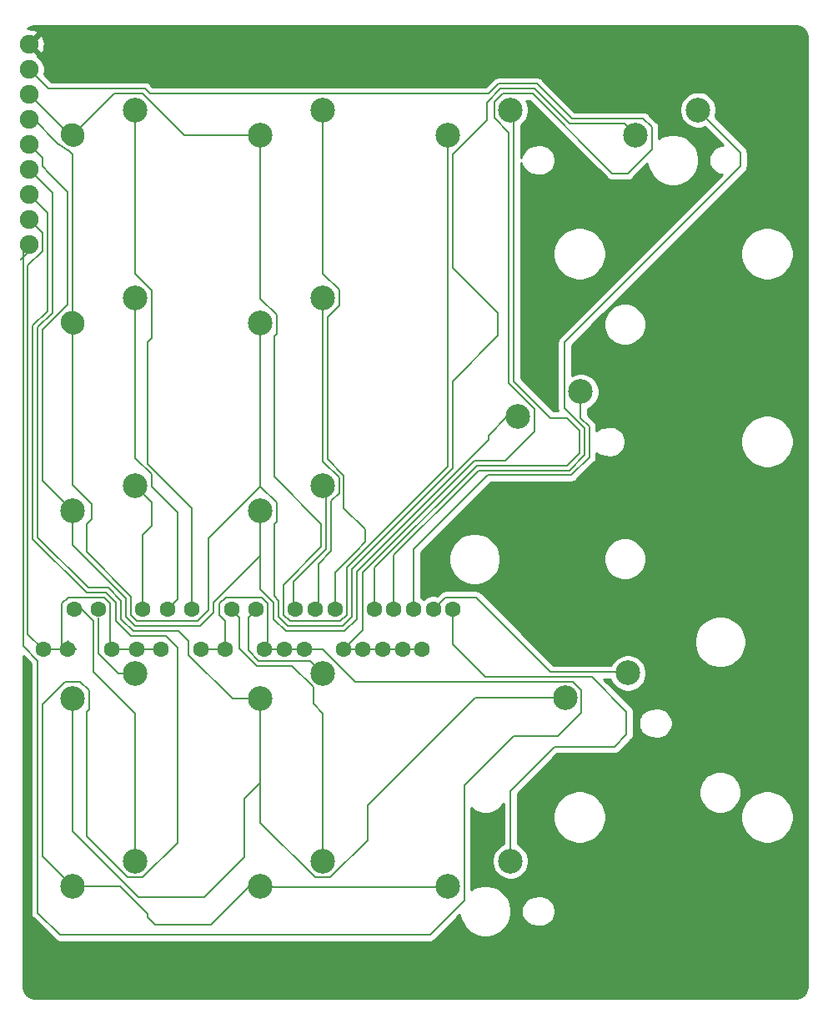
<source format=gbl>
G04 #@! TF.GenerationSoftware,KiCad,Pcbnew,(5.1.9)-1*
G04 #@! TF.CreationDate,2021-04-17T22:20:15+09:00*
G04 #@! TF.ProjectId,______,f3e135fa-7f39-42e6-9b69-6361645f7063,rev?*
G04 #@! TF.SameCoordinates,Original*
G04 #@! TF.FileFunction,Copper,L2,Bot*
G04 #@! TF.FilePolarity,Positive*
%FSLAX46Y46*%
G04 Gerber Fmt 4.6, Leading zero omitted, Abs format (unit mm)*
G04 Created by KiCad (PCBNEW (5.1.9)-1) date 2021-04-17 22:20:15*
%MOMM*%
%LPD*%
G01*
G04 APERTURE LIST*
G04 #@! TA.AperFunction,ComponentPad*
%ADD10C,1.600000*%
G04 #@! TD*
G04 #@! TA.AperFunction,ComponentPad*
%ADD11C,2.500000*%
G04 #@! TD*
G04 #@! TA.AperFunction,ComponentPad*
%ADD12C,1.900000*%
G04 #@! TD*
G04 #@! TA.AperFunction,Conductor*
%ADD13C,0.200000*%
G04 #@! TD*
G04 #@! TA.AperFunction,Conductor*
%ADD14C,0.500000*%
G04 #@! TD*
G04 #@! TA.AperFunction,Conductor*
%ADD15C,0.254000*%
G04 #@! TD*
G04 #@! TA.AperFunction,Conductor*
%ADD16C,0.100000*%
G04 #@! TD*
G04 APERTURE END LIST*
D10*
X32319937Y38109427D03*
X29180063Y34090573D03*
X36319937Y38109427D03*
X33180063Y34090573D03*
D11*
X24740000Y29090000D03*
X31090000Y31630000D03*
X5690000Y29090000D03*
X12040000Y31630000D03*
G04 #@! TA.AperFunction,ComponentPad*
G36*
G01*
X4666060Y67906971D02*
X4666060Y67906971D01*
G75*
G02*
X6267698Y68189383I942025J-659613D01*
G01*
X6431528Y68074667D01*
G75*
G02*
X6713940Y66473029I-659613J-942025D01*
G01*
X6713940Y66473029D01*
G75*
G02*
X5112302Y66190617I-942025J659613D01*
G01*
X4948472Y66305333D01*
G75*
G02*
X4666060Y67906971I659613J942025D01*
G01*
G37*
G04 #@! TD.AperFunction*
X12040000Y69730000D03*
G04 #@! TA.AperFunction,ComponentPad*
G36*
G01*
X4666060Y86956971D02*
X4666060Y86956971D01*
G75*
G02*
X6267698Y87239383I942025J-659613D01*
G01*
X6431528Y87124667D01*
G75*
G02*
X6713940Y85523029I-659613J-942025D01*
G01*
X6713940Y85523029D01*
G75*
G02*
X5112302Y85240617I-942025J659613D01*
G01*
X4948472Y85355333D01*
G75*
G02*
X4666060Y86956971I659613J942025D01*
G01*
G37*
G04 #@! TD.AperFunction*
X12040000Y88780000D03*
X24740000Y86240000D03*
X31090000Y88780000D03*
X31090000Y69730000D03*
X24740000Y67190000D03*
X24740000Y48140000D03*
X31090000Y50680000D03*
X24740000Y10040000D03*
X31090000Y12580000D03*
X12040000Y12580000D03*
X5690000Y10040000D03*
D12*
X1270000Y75120000D03*
X1270000Y77660000D03*
X1270000Y80200000D03*
X1270000Y82740000D03*
X1270000Y85280000D03*
X1270000Y87820000D03*
X1270000Y90360000D03*
X1270000Y92900000D03*
X1270000Y95440000D03*
D11*
X50140000Y88780000D03*
X43790000Y86240000D03*
X69190000Y88780000D03*
X62840000Y86240000D03*
X43790000Y10040000D03*
X50140000Y12580000D03*
D10*
X17819937Y38109427D03*
X14680063Y34090573D03*
X15319937Y38109427D03*
X12180063Y34090573D03*
X12819937Y38109427D03*
X9680063Y34090573D03*
X8319937Y38109427D03*
X5180063Y34090573D03*
X5819937Y38109427D03*
X2680063Y34090573D03*
X27180063Y34090573D03*
X30319937Y38109427D03*
X28319937Y38109427D03*
X25180063Y34090573D03*
X21180063Y34090573D03*
X24319937Y38109427D03*
X21819937Y38109427D03*
X18680063Y34090573D03*
X35180063Y34090573D03*
X38319937Y38109427D03*
X37180063Y34090573D03*
X40319937Y38109427D03*
X42319937Y38109427D03*
X39180063Y34090573D03*
X44319937Y38109427D03*
X41180063Y34090573D03*
D11*
X50933750Y57665000D03*
X57283750Y60205000D03*
X55721250Y29115000D03*
X62071250Y31655000D03*
X12040000Y50680000D03*
X5690000Y48140000D03*
D13*
X5980063Y34090573D02*
X5180064Y34890572D01*
X3480063Y34090573D02*
X5980063Y34090573D01*
X9980063Y34090573D02*
X12480063Y34090573D01*
X14980063Y34090573D02*
X12480063Y34090573D01*
X5243936Y39309428D02*
X4619936Y38685428D01*
X8895938Y39309428D02*
X5243936Y39309428D01*
X9519938Y38685428D02*
X8895938Y39309428D01*
X4619936Y34650700D02*
X5180063Y34090573D01*
X9519938Y34250698D02*
X9519938Y38685428D01*
X9680063Y34090573D02*
X9519938Y34250698D01*
X4619936Y38685428D02*
X4619936Y37830064D01*
X4619936Y37830064D02*
X4619936Y34650700D01*
X1149969Y35620667D02*
X2680063Y34090573D01*
X1149969Y73001967D02*
X1149969Y35620667D01*
X2620001Y74471999D02*
X1149969Y73001967D01*
X2620001Y76309999D02*
X2620001Y74471999D01*
X1270000Y77660000D02*
X2620001Y76309999D01*
X18680063Y34090573D02*
X21180063Y34090573D01*
X24895938Y39309428D02*
X25519938Y38685428D01*
X20619936Y38685428D02*
X21243936Y39309428D01*
X20619936Y37533426D02*
X20619936Y38685428D01*
X21243936Y39309428D02*
X24895938Y39309428D01*
X21180063Y36973299D02*
X20619936Y37533426D01*
X21180063Y34090573D02*
X21180063Y36973299D01*
X25519938Y34630448D02*
X24980063Y34090573D01*
X25519938Y38685428D02*
X25519938Y34630448D01*
X24980063Y34090573D02*
X29980063Y34090573D01*
X1270000Y75120000D02*
X1270000Y74454000D01*
X1270000Y74454000D02*
X425010Y73609010D01*
X31071429Y34090573D02*
X29180063Y34090573D01*
X34397001Y30765001D02*
X31071429Y34090573D01*
X1270000Y75120000D02*
X649959Y74499959D01*
X45440001Y8569999D02*
X45440001Y20232753D01*
X649959Y74499959D02*
X649959Y34390601D01*
X45440001Y20232753D02*
X50432247Y25224999D01*
X57371251Y29907001D02*
X56513251Y30765001D01*
X56513251Y30765001D02*
X34397001Y30765001D01*
X2149989Y32890572D02*
X2149989Y7352009D01*
X649959Y34390601D02*
X2149989Y32890572D01*
X57371251Y27644999D02*
X57371251Y29907001D01*
X2149989Y7352009D02*
X4401999Y5099999D01*
X4401999Y5099999D02*
X41970001Y5099999D01*
X41970001Y5099999D02*
X45440001Y8569999D01*
X54951251Y25224999D02*
X57371251Y27644999D01*
X50432247Y25224999D02*
X54951251Y25224999D01*
X43679979Y9929979D02*
X43790000Y10040000D01*
X24850021Y9929979D02*
X43679979Y9929979D01*
X24740000Y10040000D02*
X24850021Y9929979D01*
X23591998Y10040000D02*
X24740000Y10040000D01*
X19701997Y6149999D02*
X23591998Y10040000D01*
X13329999Y6899999D02*
X14079999Y6149999D01*
X13329999Y7222003D02*
X13329999Y6899999D01*
X14079999Y6149999D02*
X19701997Y6149999D01*
X10512002Y10040000D02*
X13329999Y7222003D01*
X5690000Y10040000D02*
X10512002Y10040000D01*
X4897999Y30740001D02*
X2649999Y28492001D01*
X6482001Y30740001D02*
X4897999Y30740001D01*
X7340001Y29882001D02*
X6482001Y30740001D01*
X7340001Y27942003D02*
X7340001Y29882001D01*
X7099999Y27702001D02*
X7340001Y27942003D01*
X7099999Y15077999D02*
X7099999Y27702001D01*
X11247999Y10929999D02*
X7099999Y15077999D01*
X12832001Y10929999D02*
X11247999Y10929999D01*
X1270000Y80200000D02*
X3120011Y78349989D01*
X10119906Y38792580D02*
X10119906Y36912096D01*
X3120011Y78349989D02*
X3120011Y68388140D01*
X3120011Y68388140D02*
X1649979Y66918108D01*
X2649999Y13080001D02*
X5690000Y10040000D01*
X7085440Y39809438D02*
X9103048Y39809438D01*
X11622606Y35409396D02*
X15137242Y35409396D01*
X15137242Y35409396D02*
X16350001Y34196637D01*
X1649979Y66918108D02*
X1649979Y45244899D01*
X2649999Y28492001D02*
X2649999Y13080001D01*
X1649979Y45244899D02*
X7085440Y39809438D01*
X9103048Y39809438D02*
X10119906Y38792580D01*
X10119906Y36912096D02*
X11622606Y35409396D01*
X16350001Y34196637D02*
X16350001Y14447999D01*
X16350001Y14447999D02*
X12832001Y10929999D01*
D14*
X1270000Y95440000D02*
X2830000Y97000000D01*
X2830000Y97000000D02*
X6500000Y97000000D01*
D13*
X46538998Y29115000D02*
X55721250Y29115000D01*
X35649999Y18226001D02*
X46538998Y29115000D01*
X35649999Y14697997D02*
X35649999Y18226001D01*
X30297999Y10929999D02*
X31882001Y10929999D01*
X24740000Y16487998D02*
X30297999Y10929999D01*
X31882001Y10929999D02*
X35649999Y14697997D01*
X5690000Y17964000D02*
X5690000Y15569122D01*
X5690000Y29090000D02*
X5690000Y17964000D01*
X5690000Y15569122D02*
X12337122Y8922000D01*
X12337122Y8922000D02*
X19050000Y8922000D01*
X19050000Y8922000D02*
X23114000Y12986000D01*
X23114000Y12986000D02*
X23114000Y18878000D01*
X23114000Y18878000D02*
X24740000Y20504000D01*
X24740000Y20504000D02*
X24740000Y16487998D01*
X24740000Y29090000D02*
X24740000Y20504000D01*
X24740000Y29090000D02*
X21904634Y29090000D01*
X3620021Y80389979D02*
X1270000Y82740000D01*
X21904634Y29090000D02*
X17480062Y33514572D01*
X17480062Y33514572D02*
X17480062Y34875938D01*
X17480062Y34875938D02*
X16446594Y35909406D01*
X9310158Y40309448D02*
X7292550Y40309448D01*
X16446594Y35909406D02*
X11829716Y35909406D01*
X11829716Y35909406D02*
X10619916Y37119206D01*
X3620021Y68181030D02*
X3620021Y80389979D01*
X10619916Y37119206D02*
X10619916Y38999690D01*
X10619916Y38999690D02*
X9310158Y40309448D01*
X7292550Y40309448D02*
X2149989Y45452009D01*
X2149989Y45452009D02*
X2149989Y66710998D01*
X2149989Y66710998D02*
X3620021Y68181030D01*
X24740000Y40172486D02*
X26119916Y38792570D01*
X24740000Y48140000D02*
X24740000Y40172486D01*
X26119916Y37119206D02*
X27329716Y35909406D01*
X26119916Y38792570D02*
X26119916Y37119206D01*
X27329716Y35909406D02*
X28772306Y35909406D01*
X28772306Y35909406D02*
X29540594Y35909406D01*
X29540594Y35909406D02*
X31640000Y35909406D01*
X2649999Y83900001D02*
X1270000Y85280000D01*
X2649999Y83051999D02*
X2649999Y83900001D01*
X3351999Y82349999D02*
X2649999Y83051999D01*
X3351999Y82308001D02*
X3351999Y82349999D01*
X5189990Y69043879D02*
X5189990Y80470010D01*
X2649999Y66503888D02*
X5189990Y69043879D01*
X5189990Y80470010D02*
X3351999Y82308001D01*
X2649999Y51180001D02*
X2649999Y66503888D01*
X5690000Y48140000D02*
X2649999Y51180001D01*
X11119926Y39206800D02*
X5690000Y44636726D01*
X5690000Y44636726D02*
X5690000Y45346000D01*
X11119926Y37326316D02*
X11119926Y39206800D01*
X12036826Y36409416D02*
X11119926Y37326316D01*
X20019958Y37826326D02*
X18603048Y36409416D01*
X5690000Y45346000D02*
X5690000Y48140000D01*
X20019958Y38792570D02*
X20019958Y37826326D01*
X18603048Y36409416D02*
X12036826Y36409416D01*
X24740000Y43512612D02*
X20019958Y38792570D01*
X24740000Y48140000D02*
X24740000Y43512612D01*
X33310158Y35909406D02*
X29540594Y35909406D01*
X34519958Y41950596D02*
X34519958Y37119206D01*
X47893749Y55324387D02*
X34519958Y41950596D01*
X47893749Y55773001D02*
X47893749Y55324387D01*
X49785748Y57665000D02*
X47893749Y55773001D01*
X34519958Y37119206D02*
X33310158Y35909406D01*
X50933750Y57665000D02*
X49785748Y57665000D01*
X1769035Y87820000D02*
X4193109Y85395926D01*
X1270000Y87820000D02*
X1769035Y87820000D01*
X4193109Y85395926D02*
X5327233Y84601796D01*
X5690000Y84239029D02*
X5690000Y67190000D01*
X5327233Y84601796D02*
X5690000Y84239029D01*
X24740000Y67190000D02*
X24740000Y50582002D01*
X32119416Y36409416D02*
X32336826Y36409416D01*
X32119416Y36409416D02*
X33103048Y36409416D01*
X56169127Y87389991D02*
X61690009Y87389991D01*
X33103048Y36409416D02*
X34019948Y37326316D01*
X44290010Y84298008D02*
X47739992Y87747990D01*
X34019948Y37326316D02*
X34019948Y42157706D01*
X61690009Y87389991D02*
X62840000Y86240000D01*
X34019948Y42157706D02*
X44290010Y52427768D01*
X47739992Y87747990D02*
X47739992Y89529114D01*
X44290010Y52427768D02*
X44290010Y61259258D01*
X48903751Y65872999D02*
X48903751Y68177001D01*
X44290010Y72790742D02*
X44290010Y84298008D01*
X44290010Y61259258D02*
X48903751Y65872999D01*
X48903751Y68177001D02*
X44290010Y72790742D01*
X47739992Y89529114D02*
X49140889Y90930011D01*
X49140889Y90930011D02*
X52629107Y90930011D01*
X52629107Y90930011D02*
X56169127Y87389991D01*
X5690000Y50730000D02*
X5690000Y67190000D01*
X7620000Y48800000D02*
X5690000Y50730000D01*
X11619936Y39413910D02*
X7099999Y43933847D01*
X7099999Y46752001D02*
X7620000Y47272002D01*
X11619936Y37533426D02*
X11619936Y39413910D01*
X12243936Y36909426D02*
X11619936Y37533426D01*
X18395938Y36909426D02*
X12243936Y36909426D01*
X7620000Y47272002D02*
X7620000Y48800000D01*
X7099999Y43933847D02*
X7099999Y46752001D01*
X19519948Y38033436D02*
X18395938Y36909426D01*
X19519948Y45361950D02*
X19519948Y38033436D01*
X24740000Y50582002D02*
X19519948Y45361950D01*
X27536826Y36409416D02*
X33103048Y36409416D01*
X26149999Y39469607D02*
X26619926Y38999680D01*
X26619926Y37326316D02*
X27536826Y36409416D01*
X26149999Y46752001D02*
X26149999Y39469607D01*
X26390001Y46992003D02*
X26149999Y46752001D01*
X26390001Y48932001D02*
X26390001Y46992003D01*
X26619926Y38999680D02*
X26619926Y37326316D01*
X24740000Y50582002D02*
X26390001Y48932001D01*
X5390000Y86240000D02*
X1270000Y90360000D01*
X5690000Y86240000D02*
X5390000Y86240000D01*
X24740000Y86240000D02*
X24740000Y69632002D01*
X26390001Y67982001D02*
X24740000Y69632002D01*
X43790000Y52634878D02*
X33519938Y42364816D01*
X33519938Y42364816D02*
X33519938Y37533426D01*
X33519938Y37533426D02*
X32895938Y36909426D01*
X32895938Y36909426D02*
X27743936Y36909426D01*
X27743936Y36909426D02*
X27119936Y37533426D01*
X27119936Y40617934D02*
X30950001Y44447999D01*
X30950001Y46752001D02*
X26149999Y51552003D01*
X43790000Y86240000D02*
X43790000Y52634878D01*
X30950001Y44447999D02*
X30950001Y46752001D01*
X26149999Y51552003D02*
X26149999Y65802001D01*
X27119936Y37533426D02*
X27119936Y40617934D01*
X26149999Y65802001D02*
X26390001Y66042003D01*
X26390001Y66042003D02*
X26390001Y67982001D01*
X9880001Y90430001D02*
X12832001Y90430001D01*
X5690000Y86240000D02*
X9880001Y90430001D01*
X17022002Y86240000D02*
X24740000Y86240000D01*
X12832001Y90430001D02*
X17022002Y86240000D01*
X18119937Y38343427D02*
X18236937Y38226427D01*
X13750000Y65670002D02*
X13329999Y65250001D01*
X13750000Y70462002D02*
X13750000Y65670002D01*
X12040000Y72172002D02*
X13750000Y70462002D01*
X12040000Y88780000D02*
X12040000Y72172002D01*
X13329999Y56044001D02*
X13329999Y52891121D01*
X13329999Y65250001D02*
X13329999Y56044001D01*
X17819937Y48401183D02*
X17819937Y38109427D01*
X13329999Y52891121D02*
X17819937Y48401183D01*
X12040000Y53474000D02*
X13690001Y51823999D01*
X12040000Y69730000D02*
X12040000Y53474000D01*
X16350001Y39139491D02*
X15319937Y38109427D01*
X16350001Y47943999D02*
X16350001Y39139491D01*
X13690001Y50603999D02*
X16350001Y47943999D01*
X13690001Y51823999D02*
X13690001Y50603999D01*
X12040000Y50680000D02*
X13716000Y49004000D01*
X12819937Y45689939D02*
X12819937Y38109427D01*
X13716000Y46586002D02*
X12819937Y45689939D01*
X13716000Y49004000D02*
X13716000Y46586002D01*
X10364634Y31630000D02*
X12040000Y31630000D01*
X8319938Y33674696D02*
X10364634Y31630000D01*
X8319938Y37309428D02*
X8319938Y33674696D01*
X12040000Y27562002D02*
X12040000Y12580000D01*
X7819930Y31782072D02*
X12040000Y27562002D01*
X7819930Y36909434D02*
X7819930Y31782072D01*
X6619937Y38109427D02*
X7819930Y36909434D01*
X31090000Y72172002D02*
X31090000Y88780000D01*
X32740001Y68937999D02*
X32740001Y70522001D01*
X32740001Y70522001D02*
X31090000Y72172002D01*
X31590010Y67788008D02*
X32740001Y68937999D01*
X31590010Y53329112D02*
X31590010Y67788008D01*
X33240011Y48407991D02*
X33240011Y51679111D01*
X35400001Y46248001D02*
X33240011Y48407991D01*
X35400001Y44951999D02*
X35400001Y46248001D01*
X33240011Y51679111D02*
X31590010Y53329112D01*
X32319937Y41871935D02*
X34434001Y43985999D01*
X32319937Y38109427D02*
X32319937Y41871935D01*
X34434001Y43985999D02*
X35400001Y44951999D01*
X31090000Y53122002D02*
X32740001Y51472001D01*
X31090000Y69730000D02*
X31090000Y53122002D01*
X32740001Y49887999D02*
X31950021Y49098019D01*
X32740001Y51472001D02*
X32740001Y49887999D01*
X30619937Y42703695D02*
X30619937Y38109427D01*
X31950021Y44033779D02*
X30619937Y42703695D01*
X31950021Y49098019D02*
X31950021Y44033779D01*
X28119937Y40910815D02*
X28119937Y38109427D01*
X31450011Y44240889D02*
X28119937Y40910815D01*
X31450011Y50319989D02*
X31450011Y44240889D01*
X31090000Y50680000D02*
X31450011Y50319989D01*
X29829428Y32890572D02*
X31090000Y31630000D01*
X24604062Y32890572D02*
X29829428Y32890572D01*
X23519938Y33974696D02*
X24604062Y32890572D01*
X23519938Y37309428D02*
X23519938Y33974696D01*
X24319937Y38109427D02*
X23519938Y37309428D01*
X31090000Y26610000D02*
X31090000Y12580000D01*
X30110000Y28542002D02*
X31090000Y27562002D01*
X30110000Y30220000D02*
X30110000Y28542002D01*
X27939438Y32390562D02*
X30110000Y30220000D01*
X31090000Y27562002D02*
X31090000Y26610000D01*
X22619936Y34167578D02*
X24396952Y32390562D01*
X24396952Y32390562D02*
X27939438Y32390562D01*
X22619936Y37309428D02*
X22619936Y34167578D01*
X21819937Y38109427D02*
X22619936Y37309428D01*
X32680063Y34090573D02*
X40680063Y34090573D01*
X35119936Y36030446D02*
X33180063Y34090573D01*
X35119936Y41843454D02*
X35119936Y36030446D01*
X52583751Y58457001D02*
X52583751Y56194999D01*
X50000001Y61040751D02*
X52583751Y58457001D01*
X50000001Y86480000D02*
X50000001Y61040751D01*
X48489999Y87990002D02*
X50000001Y86480000D01*
X52421997Y90430001D02*
X49347999Y90430001D01*
X49613761Y53225009D02*
X46501491Y53225009D01*
X1270000Y92900000D02*
X3239989Y90930011D01*
X13039111Y90930011D02*
X13539121Y90430001D01*
X46501491Y53225009D02*
X35119936Y41843454D01*
X47933759Y90430001D02*
X48933779Y91430021D01*
X3239989Y90930011D02*
X13039111Y90930011D01*
X52836217Y91430021D02*
X56376237Y87890001D01*
X48933779Y91430021D02*
X52836217Y91430021D01*
X13539121Y90430001D02*
X47933759Y90430001D01*
X64490001Y84769999D02*
X62070001Y82349999D01*
X56376237Y87890001D02*
X63632001Y87890001D01*
X48489999Y89572001D02*
X48489999Y87990002D01*
X64490001Y87032001D02*
X64490001Y84769999D01*
X52583751Y56194999D02*
X49613761Y53225009D01*
X63632001Y87890001D02*
X64490001Y87032001D01*
X62070001Y82349999D02*
X60501999Y82349999D01*
X49347999Y90430001D02*
X48489999Y89572001D01*
X60501999Y82349999D02*
X52421997Y90430001D01*
X36319937Y42336335D02*
X36319937Y38109427D01*
X55895751Y52724999D02*
X46708601Y52724999D01*
X57143751Y53972999D02*
X55895751Y52724999D01*
X46708601Y52724999D02*
X36319937Y42336335D01*
X55895751Y57525001D02*
X57143751Y56277001D01*
X54222871Y57525001D02*
X55895751Y57525001D01*
X57143751Y56277001D02*
X57143751Y53972999D01*
X50500011Y61247861D02*
X54222871Y57525001D01*
X50500011Y88419989D02*
X50500011Y61247861D01*
X50140000Y88780000D02*
X50500011Y88419989D01*
X57643761Y56484111D02*
X55633749Y58494123D01*
X56102861Y52224989D02*
X57643761Y53765889D01*
X45560000Y50850000D02*
X46934989Y52224989D01*
X57643761Y53765889D02*
X57643761Y56484111D01*
X45540722Y50850000D02*
X45560000Y50850000D01*
X46934989Y52224989D02*
X56102861Y52224989D01*
X38319937Y43629215D02*
X45540722Y50850000D01*
X38319937Y38109427D02*
X38319937Y43629215D01*
X55633749Y65185747D02*
X55633749Y63016251D01*
X73500001Y83051999D02*
X55633749Y65185747D01*
X73500001Y84469999D02*
X73500001Y83051999D01*
X69190000Y88780000D02*
X73500001Y84469999D01*
X55633749Y58494123D02*
X55633749Y63016251D01*
X40319937Y44188577D02*
X40319937Y38109427D01*
X47856339Y51724979D02*
X40319937Y44188577D01*
X56309971Y51724979D02*
X47856339Y51724979D01*
X58143771Y53558779D02*
X56309971Y51724979D01*
X58143771Y56691221D02*
X58143771Y53558779D01*
X57283750Y57551242D02*
X58143771Y56691221D01*
X57283750Y60205000D02*
X57283750Y57551242D01*
X43519938Y39309428D02*
X42319937Y38109427D01*
X46688824Y39309428D02*
X43519938Y39309428D01*
X54233231Y31765021D02*
X46688824Y39309428D01*
X61961229Y31765021D02*
X54233231Y31765021D01*
X62071250Y31655000D02*
X61961229Y31765021D01*
X44319937Y34574311D02*
X44319937Y38109427D01*
X47629237Y31265011D02*
X44319937Y34574311D01*
X58393241Y31265011D02*
X47629237Y31265011D01*
X61931251Y27727001D02*
X58393241Y31265011D01*
X61931251Y25422999D02*
X61931251Y27727001D01*
X50140000Y19706628D02*
X54608371Y24174999D01*
X60683251Y24174999D02*
X61931251Y25422999D01*
X54608371Y24174999D02*
X60683251Y24174999D01*
X50140000Y12580000D02*
X50140000Y19706628D01*
D15*
X79223722Y97319260D02*
X79474992Y97243397D01*
X79706740Y97120174D01*
X79910144Y96954282D01*
X80077450Y96752045D01*
X80202288Y96521161D01*
X80279905Y96270421D01*
X80310501Y95979319D01*
X80310500Y31887D01*
X80281761Y-261219D01*
X80205899Y-512488D01*
X80082675Y-744239D01*
X79916781Y-947644D01*
X79714543Y-1114951D01*
X79483658Y-1239789D01*
X79232921Y-1317405D01*
X78941829Y-1348000D01*
X2031887Y-1348000D01*
X1738781Y-1319261D01*
X1487512Y-1243399D01*
X1255761Y-1120175D01*
X1052356Y-954281D01*
X885049Y-752043D01*
X760211Y-521158D01*
X682595Y-270421D01*
X652000Y20671D01*
X652000Y33360428D01*
X1422989Y32589438D01*
X1422990Y7387727D01*
X1419472Y7352009D01*
X1433509Y7209492D01*
X1475079Y7072453D01*
X1491081Y7042516D01*
X1542587Y6946156D01*
X1633436Y6835455D01*
X1661178Y6812688D01*
X3862678Y4611187D01*
X3885445Y4583445D01*
X3996146Y4492596D01*
X4122442Y4425089D01*
X4259481Y4383519D01*
X4401998Y4369482D01*
X4437706Y4372999D01*
X41934293Y4372999D01*
X41970001Y4369482D01*
X42112518Y4383519D01*
X42249558Y4425089D01*
X42375854Y4492596D01*
X42486555Y4583445D01*
X42509327Y4611193D01*
X45000607Y7102472D01*
X45073954Y6733732D01*
X45271983Y6255649D01*
X45559476Y5825385D01*
X45925385Y5459476D01*
X46355649Y5171983D01*
X46833732Y4973954D01*
X47341263Y4873000D01*
X47858737Y4873000D01*
X48366268Y4973954D01*
X48844351Y5171983D01*
X49274615Y5459476D01*
X49640524Y5825385D01*
X49928017Y6255649D01*
X50126046Y6733732D01*
X50227000Y7241263D01*
X50227000Y7645472D01*
X51203000Y7645472D01*
X51203000Y7354528D01*
X51259760Y7069175D01*
X51371099Y6800378D01*
X51532739Y6558467D01*
X51738467Y6352739D01*
X51980378Y6191099D01*
X52249175Y6079760D01*
X52534528Y6023000D01*
X52544895Y6023000D01*
X52640006Y5983604D01*
X52944679Y5923000D01*
X53255321Y5923000D01*
X53559994Y5983604D01*
X53846989Y6102481D01*
X54105279Y6275064D01*
X54324936Y6494721D01*
X54497519Y6753011D01*
X54616396Y7040006D01*
X54677000Y7344679D01*
X54677000Y7655321D01*
X54616396Y7959994D01*
X54497519Y8246989D01*
X54324936Y8505279D01*
X54105279Y8724936D01*
X53846989Y8897519D01*
X53559994Y9016396D01*
X53255321Y9077000D01*
X52944679Y9077000D01*
X52640006Y9016396D01*
X52544895Y8977000D01*
X52534528Y8977000D01*
X52249175Y8920240D01*
X51980378Y8808901D01*
X51738467Y8647261D01*
X51532739Y8441533D01*
X51371099Y8199622D01*
X51259760Y7930825D01*
X51203000Y7645472D01*
X50227000Y7645472D01*
X50227000Y7758737D01*
X50126046Y8266268D01*
X49928017Y8744351D01*
X49640524Y9174615D01*
X49274615Y9540524D01*
X48844351Y9828017D01*
X48366268Y10026046D01*
X47858737Y10127000D01*
X47341263Y10127000D01*
X46833732Y10026046D01*
X46355649Y9828017D01*
X46167001Y9701967D01*
X46167001Y17995861D01*
X46259430Y17903432D01*
X46611896Y17667922D01*
X47003535Y17505700D01*
X47419296Y17423000D01*
X47843204Y17423000D01*
X48258965Y17505700D01*
X48650604Y17667922D01*
X49003070Y17903432D01*
X49302818Y18203180D01*
X49413001Y18368080D01*
X49413000Y14310517D01*
X49250907Y14243376D01*
X48943482Y14037961D01*
X48682039Y13776518D01*
X48476624Y13469093D01*
X48335132Y13127501D01*
X48263000Y12764868D01*
X48263000Y12395132D01*
X48335132Y12032499D01*
X48476624Y11690907D01*
X48682039Y11383482D01*
X48943482Y11122039D01*
X49250907Y10916624D01*
X49592499Y10775132D01*
X49955132Y10703000D01*
X50324868Y10703000D01*
X50687501Y10775132D01*
X51029093Y10916624D01*
X51336518Y11122039D01*
X51597961Y11383482D01*
X51803376Y11690907D01*
X51944868Y12032499D01*
X52017000Y12395132D01*
X52017000Y12764868D01*
X51944868Y13127501D01*
X51803376Y13469093D01*
X51597961Y13776518D01*
X51336518Y14037961D01*
X51029093Y14243376D01*
X50867000Y14310517D01*
X50867000Y17313662D01*
X54473000Y17313662D01*
X54473000Y16786338D01*
X54575875Y16269148D01*
X54777673Y15781965D01*
X55070638Y15343512D01*
X55443512Y14970638D01*
X55881965Y14677673D01*
X56369148Y14475875D01*
X56886338Y14373000D01*
X57413662Y14373000D01*
X57930852Y14475875D01*
X58418035Y14677673D01*
X58856488Y14970638D01*
X59229362Y15343512D01*
X59522327Y15781965D01*
X59724125Y16269148D01*
X59827000Y16786338D01*
X59827000Y17313662D01*
X73523000Y17313662D01*
X73523000Y16786338D01*
X73625875Y16269148D01*
X73827673Y15781965D01*
X74120638Y15343512D01*
X74493512Y14970638D01*
X74931965Y14677673D01*
X75419148Y14475875D01*
X75936338Y14373000D01*
X76463662Y14373000D01*
X76980852Y14475875D01*
X77468035Y14677673D01*
X77906488Y14970638D01*
X78279362Y15343512D01*
X78572327Y15781965D01*
X78774125Y16269148D01*
X78877000Y16786338D01*
X78877000Y17313662D01*
X78774125Y17830852D01*
X78572327Y18318035D01*
X78279362Y18756488D01*
X77906488Y19129362D01*
X77468035Y19422327D01*
X76980852Y19624125D01*
X76463662Y19727000D01*
X75936338Y19727000D01*
X75419148Y19624125D01*
X74931965Y19422327D01*
X74493512Y19129362D01*
X74120638Y18756488D01*
X73827673Y18318035D01*
X73625875Y17830852D01*
X73523000Y17313662D01*
X59827000Y17313662D01*
X59724125Y17830852D01*
X59522327Y18318035D01*
X59229362Y18756488D01*
X58856488Y19129362D01*
X58418035Y19422327D01*
X57930852Y19624125D01*
X57413662Y19727000D01*
X56886338Y19727000D01*
X56369148Y19624125D01*
X55881965Y19422327D01*
X55443512Y19129362D01*
X55070638Y18756488D01*
X54777673Y18318035D01*
X54575875Y17830852D01*
X54473000Y17313662D01*
X50867000Y17313662D01*
X50867000Y19405496D01*
X51248458Y19786954D01*
X69279250Y19786954D01*
X69279250Y19363046D01*
X69361950Y18947285D01*
X69524172Y18555646D01*
X69759682Y18203180D01*
X70059430Y17903432D01*
X70411896Y17667922D01*
X70803535Y17505700D01*
X71219296Y17423000D01*
X71643204Y17423000D01*
X72058965Y17505700D01*
X72450604Y17667922D01*
X72803070Y17903432D01*
X73102818Y18203180D01*
X73338328Y18555646D01*
X73500550Y18947285D01*
X73583250Y19363046D01*
X73583250Y19786954D01*
X73500550Y20202715D01*
X73338328Y20594354D01*
X73102818Y20946820D01*
X72803070Y21246568D01*
X72450604Y21482078D01*
X72058965Y21644300D01*
X71643204Y21727000D01*
X71219296Y21727000D01*
X70803535Y21644300D01*
X70411896Y21482078D01*
X70059430Y21246568D01*
X69759682Y20946820D01*
X69524172Y20594354D01*
X69361950Y20202715D01*
X69279250Y19786954D01*
X51248458Y19786954D01*
X54909505Y23447999D01*
X60647543Y23447999D01*
X60683251Y23444482D01*
X60825768Y23458519D01*
X60962808Y23500089D01*
X61089104Y23567596D01*
X61199805Y23658445D01*
X61222577Y23686193D01*
X62420067Y24883682D01*
X62447804Y24906445D01*
X62538654Y25017146D01*
X62606161Y25143442D01*
X62609594Y25154760D01*
X62647731Y25280481D01*
X62661769Y25422999D01*
X62658251Y25458715D01*
X62658251Y26720472D01*
X63134250Y26720472D01*
X63134250Y26429528D01*
X63191010Y26144175D01*
X63302349Y25875378D01*
X63463989Y25633467D01*
X63669717Y25427739D01*
X63911628Y25266099D01*
X64180425Y25154760D01*
X64465778Y25098000D01*
X64476145Y25098000D01*
X64571256Y25058604D01*
X64875929Y24998000D01*
X65186571Y24998000D01*
X65491244Y25058604D01*
X65778239Y25177481D01*
X66036529Y25350064D01*
X66256186Y25569721D01*
X66428769Y25828011D01*
X66547646Y26115006D01*
X66608250Y26419679D01*
X66608250Y26730321D01*
X66547646Y27034994D01*
X66428769Y27321989D01*
X66256186Y27580279D01*
X66036529Y27799936D01*
X65778239Y27972519D01*
X65491244Y28091396D01*
X65186571Y28152000D01*
X64875929Y28152000D01*
X64571256Y28091396D01*
X64476145Y28052000D01*
X64465778Y28052000D01*
X64180425Y27995240D01*
X63911628Y27883901D01*
X63669717Y27722261D01*
X63463989Y27516533D01*
X63302349Y27274622D01*
X63191010Y27005825D01*
X63134250Y26720472D01*
X62658251Y26720472D01*
X62658251Y27691293D01*
X62661768Y27727001D01*
X62647731Y27869519D01*
X62606161Y28006558D01*
X62582485Y28050852D01*
X62538654Y28132854D01*
X62447805Y28243555D01*
X62420068Y28266318D01*
X59648363Y31038021D01*
X60295161Y31038021D01*
X60407874Y30765907D01*
X60613289Y30458482D01*
X60874732Y30197039D01*
X61182157Y29991624D01*
X61523749Y29850132D01*
X61886382Y29778000D01*
X62256118Y29778000D01*
X62618751Y29850132D01*
X62960343Y29991624D01*
X63267768Y30197039D01*
X63529211Y30458482D01*
X63734626Y30765907D01*
X63876118Y31107499D01*
X63948250Y31470132D01*
X63948250Y31839868D01*
X63876118Y32202501D01*
X63734626Y32544093D01*
X63529211Y32851518D01*
X63267768Y33112961D01*
X62960343Y33318376D01*
X62618751Y33459868D01*
X62256118Y33532000D01*
X61886382Y33532000D01*
X61523749Y33459868D01*
X61182157Y33318376D01*
X60874732Y33112961D01*
X60613289Y32851518D01*
X60407874Y32544093D01*
X60386305Y32492021D01*
X54534365Y32492021D01*
X51952649Y35073737D01*
X68804250Y35073737D01*
X68804250Y34556263D01*
X68905204Y34048732D01*
X69103233Y33570649D01*
X69390726Y33140385D01*
X69756635Y32774476D01*
X70186899Y32486983D01*
X70664982Y32288954D01*
X71172513Y32188000D01*
X71689987Y32188000D01*
X72197518Y32288954D01*
X72675601Y32486983D01*
X73105865Y32774476D01*
X73471774Y33140385D01*
X73759267Y33570649D01*
X73957296Y34048732D01*
X74058250Y34556263D01*
X74058250Y35073737D01*
X73957296Y35581268D01*
X73759267Y36059351D01*
X73471774Y36489615D01*
X73105865Y36855524D01*
X72675601Y37143017D01*
X72197518Y37341046D01*
X71689987Y37442000D01*
X71172513Y37442000D01*
X70664982Y37341046D01*
X70186899Y37143017D01*
X69756635Y36855524D01*
X69390726Y36489615D01*
X69103233Y36059351D01*
X68905204Y35581268D01*
X68804250Y35073737D01*
X51952649Y35073737D01*
X47228150Y39798234D01*
X47205378Y39825982D01*
X47094677Y39916831D01*
X46968381Y39984338D01*
X46831341Y40025908D01*
X46724532Y40036428D01*
X46688824Y40039945D01*
X46653116Y40036428D01*
X43555646Y40036428D01*
X43519938Y40039945D01*
X43377420Y40025908D01*
X43246387Y39986160D01*
X43240381Y39984338D01*
X43114085Y39916831D01*
X43003384Y39825982D01*
X42980621Y39798245D01*
X42675946Y39493570D01*
X42460484Y39536427D01*
X42179390Y39536427D01*
X41903696Y39481589D01*
X41643999Y39374018D01*
X41410277Y39217851D01*
X41319937Y39127511D01*
X41229597Y39217851D01*
X41046937Y39339900D01*
X41046937Y43483737D01*
X43876750Y43483737D01*
X43876750Y42966263D01*
X43977704Y42458732D01*
X44175733Y41980649D01*
X44463226Y41550385D01*
X44829135Y41184476D01*
X45259399Y40896983D01*
X45737482Y40698954D01*
X46245013Y40598000D01*
X46762487Y40598000D01*
X47270018Y40698954D01*
X47748101Y40896983D01*
X48178365Y41184476D01*
X48544274Y41550385D01*
X48831767Y41980649D01*
X49029796Y42458732D01*
X49130750Y42966263D01*
X49130750Y43436954D01*
X59591750Y43436954D01*
X59591750Y43013046D01*
X59674450Y42597285D01*
X59836672Y42205646D01*
X60072182Y41853180D01*
X60371930Y41553432D01*
X60724396Y41317922D01*
X61116035Y41155700D01*
X61531796Y41073000D01*
X61955704Y41073000D01*
X62371465Y41155700D01*
X62763104Y41317922D01*
X63115570Y41553432D01*
X63415318Y41853180D01*
X63650828Y42205646D01*
X63813050Y42597285D01*
X63895750Y43013046D01*
X63895750Y43436954D01*
X63813050Y43852715D01*
X63650828Y44244354D01*
X63415318Y44596820D01*
X63115570Y44896568D01*
X62763104Y45132078D01*
X62371465Y45294300D01*
X61955704Y45377000D01*
X61531796Y45377000D01*
X61116035Y45294300D01*
X60724396Y45132078D01*
X60371930Y44896568D01*
X60072182Y44596820D01*
X59836672Y44244354D01*
X59674450Y43852715D01*
X59591750Y43436954D01*
X49130750Y43436954D01*
X49130750Y43483737D01*
X49029796Y43991268D01*
X48831767Y44469351D01*
X48544274Y44899615D01*
X48178365Y45265524D01*
X47748101Y45553017D01*
X47270018Y45751046D01*
X46762487Y45852000D01*
X46245013Y45852000D01*
X45737482Y45751046D01*
X45259399Y45553017D01*
X44829135Y45265524D01*
X44463226Y44899615D01*
X44175733Y44469351D01*
X43977704Y43991268D01*
X43876750Y43483737D01*
X41046937Y43483737D01*
X41046937Y43887445D01*
X48157473Y50997979D01*
X56274263Y50997979D01*
X56309971Y50994462D01*
X56452488Y51008499D01*
X56589528Y51050069D01*
X56715824Y51117576D01*
X56826525Y51208425D01*
X56849296Y51236172D01*
X58632588Y53019462D01*
X58660325Y53042225D01*
X58751174Y53152926D01*
X58818681Y53279222D01*
X58834534Y53331483D01*
X58860251Y53416261D01*
X58874288Y53558779D01*
X58870771Y53594487D01*
X58870771Y53989185D01*
X58882217Y53977739D01*
X59124128Y53816099D01*
X59392925Y53704760D01*
X59678278Y53648000D01*
X59688645Y53648000D01*
X59783756Y53608604D01*
X60088429Y53548000D01*
X60399071Y53548000D01*
X60703744Y53608604D01*
X60990739Y53727481D01*
X61249029Y53900064D01*
X61468686Y54119721D01*
X61641269Y54378011D01*
X61760146Y54665006D01*
X61820750Y54969679D01*
X61820750Y55280321D01*
X61794227Y55413662D01*
X73523000Y55413662D01*
X73523000Y54886338D01*
X73625875Y54369148D01*
X73827673Y53881965D01*
X74120638Y53443512D01*
X74493512Y53070638D01*
X74931965Y52777673D01*
X75419148Y52575875D01*
X75936338Y52473000D01*
X76463662Y52473000D01*
X76980852Y52575875D01*
X77468035Y52777673D01*
X77906488Y53070638D01*
X78279362Y53443512D01*
X78572327Y53881965D01*
X78774125Y54369148D01*
X78877000Y54886338D01*
X78877000Y55413662D01*
X78774125Y55930852D01*
X78572327Y56418035D01*
X78279362Y56856488D01*
X77906488Y57229362D01*
X77468035Y57522327D01*
X76980852Y57724125D01*
X76463662Y57827000D01*
X75936338Y57827000D01*
X75419148Y57724125D01*
X74931965Y57522327D01*
X74493512Y57229362D01*
X74120638Y56856488D01*
X73827673Y56418035D01*
X73625875Y55930852D01*
X73523000Y55413662D01*
X61794227Y55413662D01*
X61760146Y55584994D01*
X61641269Y55871989D01*
X61468686Y56130279D01*
X61249029Y56349936D01*
X60990739Y56522519D01*
X60703744Y56641396D01*
X60399071Y56702000D01*
X60088429Y56702000D01*
X59783756Y56641396D01*
X59688645Y56602000D01*
X59678278Y56602000D01*
X59392925Y56545240D01*
X59124128Y56433901D01*
X58882217Y56272261D01*
X58870771Y56260815D01*
X58870771Y56655516D01*
X58874288Y56691222D01*
X58870771Y56726929D01*
X58860251Y56833738D01*
X58818681Y56970778D01*
X58751174Y57097074D01*
X58660324Y57207775D01*
X58632587Y57230538D01*
X58010750Y57852374D01*
X58010750Y58474483D01*
X58172843Y58541624D01*
X58480268Y58747039D01*
X58741711Y59008482D01*
X58947126Y59315907D01*
X59088618Y59657499D01*
X59160750Y60020132D01*
X59160750Y60389868D01*
X59088618Y60752501D01*
X58947126Y61094093D01*
X58741711Y61401518D01*
X58480268Y61662961D01*
X58172843Y61868376D01*
X57831251Y62009868D01*
X57468618Y62082000D01*
X57098882Y62082000D01*
X56736249Y62009868D01*
X56394657Y61868376D01*
X56360749Y61845719D01*
X56360749Y64884615D01*
X58713088Y67236954D01*
X59591750Y67236954D01*
X59591750Y66813046D01*
X59674450Y66397285D01*
X59836672Y66005646D01*
X60072182Y65653180D01*
X60371930Y65353432D01*
X60724396Y65117922D01*
X61116035Y64955700D01*
X61531796Y64873000D01*
X61955704Y64873000D01*
X62371465Y64955700D01*
X62763104Y65117922D01*
X63115570Y65353432D01*
X63415318Y65653180D01*
X63650828Y66005646D01*
X63813050Y66397285D01*
X63895750Y66813046D01*
X63895750Y67236954D01*
X63813050Y67652715D01*
X63650828Y68044354D01*
X63415318Y68396820D01*
X63115570Y68696568D01*
X62763104Y68932078D01*
X62371465Y69094300D01*
X61955704Y69177000D01*
X61531796Y69177000D01*
X61116035Y69094300D01*
X60724396Y68932078D01*
X60371930Y68696568D01*
X60072182Y68396820D01*
X59836672Y68044354D01*
X59674450Y67652715D01*
X59591750Y67236954D01*
X58713088Y67236954D01*
X65939796Y74463662D01*
X73523000Y74463662D01*
X73523000Y73936338D01*
X73625875Y73419148D01*
X73827673Y72931965D01*
X74120638Y72493512D01*
X74493512Y72120638D01*
X74931965Y71827673D01*
X75419148Y71625875D01*
X75936338Y71523000D01*
X76463662Y71523000D01*
X76980852Y71625875D01*
X77468035Y71827673D01*
X77906488Y72120638D01*
X78279362Y72493512D01*
X78572327Y72931965D01*
X78774125Y73419148D01*
X78877000Y73936338D01*
X78877000Y74463662D01*
X78774125Y74980852D01*
X78572327Y75468035D01*
X78279362Y75906488D01*
X77906488Y76279362D01*
X77468035Y76572327D01*
X76980852Y76774125D01*
X76463662Y76877000D01*
X75936338Y76877000D01*
X75419148Y76774125D01*
X74931965Y76572327D01*
X74493512Y76279362D01*
X74120638Y75906488D01*
X73827673Y75468035D01*
X73625875Y74980852D01*
X73523000Y74463662D01*
X65939796Y74463662D01*
X73988818Y82512682D01*
X74016555Y82535445D01*
X74107404Y82646146D01*
X74174911Y82772442D01*
X74195045Y82838817D01*
X74216481Y82909481D01*
X74230518Y83051999D01*
X74227001Y83087707D01*
X74227001Y84434291D01*
X74230518Y84469999D01*
X74216481Y84612517D01*
X74174911Y84749556D01*
X74122686Y84847261D01*
X74107404Y84875852D01*
X74067122Y84924936D01*
X74039317Y84958817D01*
X74039313Y84958821D01*
X74016554Y84986553D01*
X73988823Y85009311D01*
X70927727Y88070406D01*
X70994868Y88232499D01*
X71067000Y88595132D01*
X71067000Y88964868D01*
X70994868Y89327501D01*
X70853376Y89669093D01*
X70647961Y89976518D01*
X70386518Y90237961D01*
X70079093Y90443376D01*
X69737501Y90584868D01*
X69374868Y90657000D01*
X69005132Y90657000D01*
X68642499Y90584868D01*
X68300907Y90443376D01*
X67993482Y90237961D01*
X67732039Y89976518D01*
X67526624Y89669093D01*
X67385132Y89327501D01*
X67313000Y88964868D01*
X67313000Y88595132D01*
X67385132Y88232499D01*
X67526624Y87890907D01*
X67732039Y87583482D01*
X67993482Y87322039D01*
X68300907Y87116624D01*
X68642499Y86975132D01*
X69005132Y86903000D01*
X69374868Y86903000D01*
X69737501Y86975132D01*
X69899594Y87042273D01*
X71719587Y85222280D01*
X71690006Y85216396D01*
X71594895Y85177000D01*
X71584528Y85177000D01*
X71299175Y85120240D01*
X71030378Y85008901D01*
X70788467Y84847261D01*
X70582739Y84641533D01*
X70421099Y84399622D01*
X70309760Y84130825D01*
X70253000Y83845472D01*
X70253000Y83554528D01*
X70309760Y83269175D01*
X70421099Y83000378D01*
X70582739Y82758467D01*
X70788467Y82552739D01*
X71030378Y82391099D01*
X71299175Y82279760D01*
X71584528Y82223000D01*
X71594895Y82223000D01*
X71628817Y82208949D01*
X55144939Y65725069D01*
X55117195Y65702300D01*
X55026346Y65591599D01*
X54990988Y65525449D01*
X54958839Y65465303D01*
X54917269Y65328264D01*
X54903232Y65185747D01*
X54906749Y65150039D01*
X54906750Y63051959D01*
X54906749Y58529831D01*
X54903232Y58494123D01*
X54913291Y58392000D01*
X54917269Y58351607D01*
X54947484Y58252001D01*
X54524004Y58252001D01*
X51227011Y61548993D01*
X51227011Y74463662D01*
X54473000Y74463662D01*
X54473000Y73936338D01*
X54575875Y73419148D01*
X54777673Y72931965D01*
X55070638Y72493512D01*
X55443512Y72120638D01*
X55881965Y71827673D01*
X56369148Y71625875D01*
X56886338Y71523000D01*
X57413662Y71523000D01*
X57930852Y71625875D01*
X58418035Y71827673D01*
X58856488Y72120638D01*
X59229362Y72493512D01*
X59522327Y72931965D01*
X59724125Y73419148D01*
X59827000Y73936338D01*
X59827000Y74463662D01*
X59724125Y74980852D01*
X59522327Y75468035D01*
X59229362Y75906488D01*
X58856488Y76279362D01*
X58418035Y76572327D01*
X57930852Y76774125D01*
X57413662Y76877000D01*
X56886338Y76877000D01*
X56369148Y76774125D01*
X55881965Y76572327D01*
X55443512Y76279362D01*
X55070638Y75906488D01*
X54777673Y75468035D01*
X54575875Y74980852D01*
X54473000Y74463662D01*
X51227011Y74463662D01*
X51227011Y83433816D01*
X51259760Y83269175D01*
X51371099Y83000378D01*
X51532739Y82758467D01*
X51738467Y82552739D01*
X51980378Y82391099D01*
X52249175Y82279760D01*
X52534528Y82223000D01*
X52544895Y82223000D01*
X52640006Y82183604D01*
X52944679Y82123000D01*
X53255321Y82123000D01*
X53559994Y82183604D01*
X53846989Y82302481D01*
X54105279Y82475064D01*
X54324936Y82694721D01*
X54497519Y82953011D01*
X54616396Y83240006D01*
X54677000Y83544679D01*
X54677000Y83855321D01*
X54616396Y84159994D01*
X54497519Y84446989D01*
X54324936Y84705279D01*
X54105279Y84924936D01*
X53846989Y85097519D01*
X53559994Y85216396D01*
X53255321Y85277000D01*
X52944679Y85277000D01*
X52640006Y85216396D01*
X52544895Y85177000D01*
X52534528Y85177000D01*
X52249175Y85120240D01*
X51980378Y85008901D01*
X51738467Y84847261D01*
X51532739Y84641533D01*
X51371099Y84399622D01*
X51259760Y84130825D01*
X51227011Y83966184D01*
X51227011Y87248869D01*
X51336518Y87322039D01*
X51597961Y87583482D01*
X51803376Y87890907D01*
X51944868Y88232499D01*
X52017000Y88595132D01*
X52017000Y88964868D01*
X51944868Y89327501D01*
X51803376Y89669093D01*
X51780719Y89703001D01*
X52120865Y89703001D01*
X59962678Y81861187D01*
X59985445Y81833445D01*
X60096146Y81742596D01*
X60222442Y81675089D01*
X60359482Y81633519D01*
X60466291Y81622999D01*
X60466293Y81622999D01*
X60501998Y81619482D01*
X60537704Y81622999D01*
X62034293Y81622999D01*
X62070001Y81619482D01*
X62212518Y81633519D01*
X62212521Y81633520D01*
X62349558Y81675089D01*
X62475854Y81742596D01*
X62586555Y81833445D01*
X62609327Y81861193D01*
X64050607Y83302472D01*
X64123954Y82933732D01*
X64321983Y82455649D01*
X64609476Y82025385D01*
X64975385Y81659476D01*
X65405649Y81371983D01*
X65883732Y81173954D01*
X66391263Y81073000D01*
X66908737Y81073000D01*
X67416268Y81173954D01*
X67894351Y81371983D01*
X68324615Y81659476D01*
X68690524Y82025385D01*
X68978017Y82455649D01*
X69176046Y82933732D01*
X69277000Y83441263D01*
X69277000Y83958737D01*
X69176046Y84466268D01*
X68978017Y84944351D01*
X68690524Y85374615D01*
X68324615Y85740524D01*
X67894351Y86028017D01*
X67416268Y86226046D01*
X66908737Y86327000D01*
X66391263Y86327000D01*
X65883732Y86226046D01*
X65405649Y86028017D01*
X65217001Y85901967D01*
X65217001Y86996294D01*
X65220518Y87032002D01*
X65206481Y87174519D01*
X65194930Y87212597D01*
X65164911Y87311558D01*
X65097404Y87437854D01*
X65006554Y87548555D01*
X64978817Y87571318D01*
X64171326Y88378808D01*
X64148555Y88406555D01*
X64037854Y88497404D01*
X63911558Y88564911D01*
X63774518Y88606481D01*
X63667709Y88617001D01*
X63632001Y88620518D01*
X63596293Y88617001D01*
X56677370Y88617001D01*
X53375543Y91918827D01*
X53352771Y91946575D01*
X53242070Y92037424D01*
X53115774Y92104931D01*
X52978734Y92146501D01*
X52871925Y92157021D01*
X52836217Y92160538D01*
X52800509Y92157021D01*
X48969487Y92157021D01*
X48933779Y92160538D01*
X48791261Y92146501D01*
X48654222Y92104931D01*
X48527926Y92037424D01*
X48417225Y91946575D01*
X48394462Y91918838D01*
X47632627Y91157001D01*
X13840254Y91157001D01*
X13578436Y91418818D01*
X13555665Y91446565D01*
X13444964Y91537414D01*
X13318668Y91604921D01*
X13181628Y91646491D01*
X13074819Y91657011D01*
X13039111Y91660528D01*
X13003403Y91657011D01*
X3541122Y91657011D01*
X2778116Y92420016D01*
X2786396Y92440006D01*
X2847000Y92744679D01*
X2847000Y93055321D01*
X2786396Y93359994D01*
X2667519Y93646989D01*
X2494936Y93905279D01*
X2275279Y94124936D01*
X2145619Y94211572D01*
X2190147Y94340248D01*
X1270000Y95260395D01*
X1255858Y95246253D01*
X1076253Y95425858D01*
X1090395Y95440000D01*
X1449605Y95440000D01*
X2369752Y94519853D01*
X2629042Y94609579D01*
X2764935Y94890671D01*
X2843379Y95192873D01*
X2861359Y95504573D01*
X2818184Y95813791D01*
X2715513Y96108644D01*
X2629042Y96270421D01*
X2369752Y96360147D01*
X1449605Y95440000D01*
X1090395Y95440000D01*
X1076253Y95454143D01*
X1255858Y95633748D01*
X1270000Y95619605D01*
X2190147Y96539752D01*
X2100421Y96799042D01*
X1819329Y96934935D01*
X1517127Y97013379D01*
X1205427Y97031359D01*
X1135030Y97021530D01*
X1247955Y97114950D01*
X1478839Y97239788D01*
X1729579Y97317405D01*
X2020671Y97348000D01*
X78930613Y97348000D01*
X79223722Y97319260D01*
G04 #@! TA.AperFunction,Conductor*
D16*
G36*
X79223722Y97319260D02*
G01*
X79474992Y97243397D01*
X79706740Y97120174D01*
X79910144Y96954282D01*
X80077450Y96752045D01*
X80202288Y96521161D01*
X80279905Y96270421D01*
X80310501Y95979319D01*
X80310500Y31887D01*
X80281761Y-261219D01*
X80205899Y-512488D01*
X80082675Y-744239D01*
X79916781Y-947644D01*
X79714543Y-1114951D01*
X79483658Y-1239789D01*
X79232921Y-1317405D01*
X78941829Y-1348000D01*
X2031887Y-1348000D01*
X1738781Y-1319261D01*
X1487512Y-1243399D01*
X1255761Y-1120175D01*
X1052356Y-954281D01*
X885049Y-752043D01*
X760211Y-521158D01*
X682595Y-270421D01*
X652000Y20671D01*
X652000Y33360428D01*
X1422989Y32589438D01*
X1422990Y7387727D01*
X1419472Y7352009D01*
X1433509Y7209492D01*
X1475079Y7072453D01*
X1491081Y7042516D01*
X1542587Y6946156D01*
X1633436Y6835455D01*
X1661178Y6812688D01*
X3862678Y4611187D01*
X3885445Y4583445D01*
X3996146Y4492596D01*
X4122442Y4425089D01*
X4259481Y4383519D01*
X4401998Y4369482D01*
X4437706Y4372999D01*
X41934293Y4372999D01*
X41970001Y4369482D01*
X42112518Y4383519D01*
X42249558Y4425089D01*
X42375854Y4492596D01*
X42486555Y4583445D01*
X42509327Y4611193D01*
X45000607Y7102472D01*
X45073954Y6733732D01*
X45271983Y6255649D01*
X45559476Y5825385D01*
X45925385Y5459476D01*
X46355649Y5171983D01*
X46833732Y4973954D01*
X47341263Y4873000D01*
X47858737Y4873000D01*
X48366268Y4973954D01*
X48844351Y5171983D01*
X49274615Y5459476D01*
X49640524Y5825385D01*
X49928017Y6255649D01*
X50126046Y6733732D01*
X50227000Y7241263D01*
X50227000Y7645472D01*
X51203000Y7645472D01*
X51203000Y7354528D01*
X51259760Y7069175D01*
X51371099Y6800378D01*
X51532739Y6558467D01*
X51738467Y6352739D01*
X51980378Y6191099D01*
X52249175Y6079760D01*
X52534528Y6023000D01*
X52544895Y6023000D01*
X52640006Y5983604D01*
X52944679Y5923000D01*
X53255321Y5923000D01*
X53559994Y5983604D01*
X53846989Y6102481D01*
X54105279Y6275064D01*
X54324936Y6494721D01*
X54497519Y6753011D01*
X54616396Y7040006D01*
X54677000Y7344679D01*
X54677000Y7655321D01*
X54616396Y7959994D01*
X54497519Y8246989D01*
X54324936Y8505279D01*
X54105279Y8724936D01*
X53846989Y8897519D01*
X53559994Y9016396D01*
X53255321Y9077000D01*
X52944679Y9077000D01*
X52640006Y9016396D01*
X52544895Y8977000D01*
X52534528Y8977000D01*
X52249175Y8920240D01*
X51980378Y8808901D01*
X51738467Y8647261D01*
X51532739Y8441533D01*
X51371099Y8199622D01*
X51259760Y7930825D01*
X51203000Y7645472D01*
X50227000Y7645472D01*
X50227000Y7758737D01*
X50126046Y8266268D01*
X49928017Y8744351D01*
X49640524Y9174615D01*
X49274615Y9540524D01*
X48844351Y9828017D01*
X48366268Y10026046D01*
X47858737Y10127000D01*
X47341263Y10127000D01*
X46833732Y10026046D01*
X46355649Y9828017D01*
X46167001Y9701967D01*
X46167001Y17995861D01*
X46259430Y17903432D01*
X46611896Y17667922D01*
X47003535Y17505700D01*
X47419296Y17423000D01*
X47843204Y17423000D01*
X48258965Y17505700D01*
X48650604Y17667922D01*
X49003070Y17903432D01*
X49302818Y18203180D01*
X49413001Y18368080D01*
X49413000Y14310517D01*
X49250907Y14243376D01*
X48943482Y14037961D01*
X48682039Y13776518D01*
X48476624Y13469093D01*
X48335132Y13127501D01*
X48263000Y12764868D01*
X48263000Y12395132D01*
X48335132Y12032499D01*
X48476624Y11690907D01*
X48682039Y11383482D01*
X48943482Y11122039D01*
X49250907Y10916624D01*
X49592499Y10775132D01*
X49955132Y10703000D01*
X50324868Y10703000D01*
X50687501Y10775132D01*
X51029093Y10916624D01*
X51336518Y11122039D01*
X51597961Y11383482D01*
X51803376Y11690907D01*
X51944868Y12032499D01*
X52017000Y12395132D01*
X52017000Y12764868D01*
X51944868Y13127501D01*
X51803376Y13469093D01*
X51597961Y13776518D01*
X51336518Y14037961D01*
X51029093Y14243376D01*
X50867000Y14310517D01*
X50867000Y17313662D01*
X54473000Y17313662D01*
X54473000Y16786338D01*
X54575875Y16269148D01*
X54777673Y15781965D01*
X55070638Y15343512D01*
X55443512Y14970638D01*
X55881965Y14677673D01*
X56369148Y14475875D01*
X56886338Y14373000D01*
X57413662Y14373000D01*
X57930852Y14475875D01*
X58418035Y14677673D01*
X58856488Y14970638D01*
X59229362Y15343512D01*
X59522327Y15781965D01*
X59724125Y16269148D01*
X59827000Y16786338D01*
X59827000Y17313662D01*
X73523000Y17313662D01*
X73523000Y16786338D01*
X73625875Y16269148D01*
X73827673Y15781965D01*
X74120638Y15343512D01*
X74493512Y14970638D01*
X74931965Y14677673D01*
X75419148Y14475875D01*
X75936338Y14373000D01*
X76463662Y14373000D01*
X76980852Y14475875D01*
X77468035Y14677673D01*
X77906488Y14970638D01*
X78279362Y15343512D01*
X78572327Y15781965D01*
X78774125Y16269148D01*
X78877000Y16786338D01*
X78877000Y17313662D01*
X78774125Y17830852D01*
X78572327Y18318035D01*
X78279362Y18756488D01*
X77906488Y19129362D01*
X77468035Y19422327D01*
X76980852Y19624125D01*
X76463662Y19727000D01*
X75936338Y19727000D01*
X75419148Y19624125D01*
X74931965Y19422327D01*
X74493512Y19129362D01*
X74120638Y18756488D01*
X73827673Y18318035D01*
X73625875Y17830852D01*
X73523000Y17313662D01*
X59827000Y17313662D01*
X59724125Y17830852D01*
X59522327Y18318035D01*
X59229362Y18756488D01*
X58856488Y19129362D01*
X58418035Y19422327D01*
X57930852Y19624125D01*
X57413662Y19727000D01*
X56886338Y19727000D01*
X56369148Y19624125D01*
X55881965Y19422327D01*
X55443512Y19129362D01*
X55070638Y18756488D01*
X54777673Y18318035D01*
X54575875Y17830852D01*
X54473000Y17313662D01*
X50867000Y17313662D01*
X50867000Y19405496D01*
X51248458Y19786954D01*
X69279250Y19786954D01*
X69279250Y19363046D01*
X69361950Y18947285D01*
X69524172Y18555646D01*
X69759682Y18203180D01*
X70059430Y17903432D01*
X70411896Y17667922D01*
X70803535Y17505700D01*
X71219296Y17423000D01*
X71643204Y17423000D01*
X72058965Y17505700D01*
X72450604Y17667922D01*
X72803070Y17903432D01*
X73102818Y18203180D01*
X73338328Y18555646D01*
X73500550Y18947285D01*
X73583250Y19363046D01*
X73583250Y19786954D01*
X73500550Y20202715D01*
X73338328Y20594354D01*
X73102818Y20946820D01*
X72803070Y21246568D01*
X72450604Y21482078D01*
X72058965Y21644300D01*
X71643204Y21727000D01*
X71219296Y21727000D01*
X70803535Y21644300D01*
X70411896Y21482078D01*
X70059430Y21246568D01*
X69759682Y20946820D01*
X69524172Y20594354D01*
X69361950Y20202715D01*
X69279250Y19786954D01*
X51248458Y19786954D01*
X54909505Y23447999D01*
X60647543Y23447999D01*
X60683251Y23444482D01*
X60825768Y23458519D01*
X60962808Y23500089D01*
X61089104Y23567596D01*
X61199805Y23658445D01*
X61222577Y23686193D01*
X62420067Y24883682D01*
X62447804Y24906445D01*
X62538654Y25017146D01*
X62606161Y25143442D01*
X62609594Y25154760D01*
X62647731Y25280481D01*
X62661769Y25422999D01*
X62658251Y25458715D01*
X62658251Y26720472D01*
X63134250Y26720472D01*
X63134250Y26429528D01*
X63191010Y26144175D01*
X63302349Y25875378D01*
X63463989Y25633467D01*
X63669717Y25427739D01*
X63911628Y25266099D01*
X64180425Y25154760D01*
X64465778Y25098000D01*
X64476145Y25098000D01*
X64571256Y25058604D01*
X64875929Y24998000D01*
X65186571Y24998000D01*
X65491244Y25058604D01*
X65778239Y25177481D01*
X66036529Y25350064D01*
X66256186Y25569721D01*
X66428769Y25828011D01*
X66547646Y26115006D01*
X66608250Y26419679D01*
X66608250Y26730321D01*
X66547646Y27034994D01*
X66428769Y27321989D01*
X66256186Y27580279D01*
X66036529Y27799936D01*
X65778239Y27972519D01*
X65491244Y28091396D01*
X65186571Y28152000D01*
X64875929Y28152000D01*
X64571256Y28091396D01*
X64476145Y28052000D01*
X64465778Y28052000D01*
X64180425Y27995240D01*
X63911628Y27883901D01*
X63669717Y27722261D01*
X63463989Y27516533D01*
X63302349Y27274622D01*
X63191010Y27005825D01*
X63134250Y26720472D01*
X62658251Y26720472D01*
X62658251Y27691293D01*
X62661768Y27727001D01*
X62647731Y27869519D01*
X62606161Y28006558D01*
X62582485Y28050852D01*
X62538654Y28132854D01*
X62447805Y28243555D01*
X62420068Y28266318D01*
X59648363Y31038021D01*
X60295161Y31038021D01*
X60407874Y30765907D01*
X60613289Y30458482D01*
X60874732Y30197039D01*
X61182157Y29991624D01*
X61523749Y29850132D01*
X61886382Y29778000D01*
X62256118Y29778000D01*
X62618751Y29850132D01*
X62960343Y29991624D01*
X63267768Y30197039D01*
X63529211Y30458482D01*
X63734626Y30765907D01*
X63876118Y31107499D01*
X63948250Y31470132D01*
X63948250Y31839868D01*
X63876118Y32202501D01*
X63734626Y32544093D01*
X63529211Y32851518D01*
X63267768Y33112961D01*
X62960343Y33318376D01*
X62618751Y33459868D01*
X62256118Y33532000D01*
X61886382Y33532000D01*
X61523749Y33459868D01*
X61182157Y33318376D01*
X60874732Y33112961D01*
X60613289Y32851518D01*
X60407874Y32544093D01*
X60386305Y32492021D01*
X54534365Y32492021D01*
X51952649Y35073737D01*
X68804250Y35073737D01*
X68804250Y34556263D01*
X68905204Y34048732D01*
X69103233Y33570649D01*
X69390726Y33140385D01*
X69756635Y32774476D01*
X70186899Y32486983D01*
X70664982Y32288954D01*
X71172513Y32188000D01*
X71689987Y32188000D01*
X72197518Y32288954D01*
X72675601Y32486983D01*
X73105865Y32774476D01*
X73471774Y33140385D01*
X73759267Y33570649D01*
X73957296Y34048732D01*
X74058250Y34556263D01*
X74058250Y35073737D01*
X73957296Y35581268D01*
X73759267Y36059351D01*
X73471774Y36489615D01*
X73105865Y36855524D01*
X72675601Y37143017D01*
X72197518Y37341046D01*
X71689987Y37442000D01*
X71172513Y37442000D01*
X70664982Y37341046D01*
X70186899Y37143017D01*
X69756635Y36855524D01*
X69390726Y36489615D01*
X69103233Y36059351D01*
X68905204Y35581268D01*
X68804250Y35073737D01*
X51952649Y35073737D01*
X47228150Y39798234D01*
X47205378Y39825982D01*
X47094677Y39916831D01*
X46968381Y39984338D01*
X46831341Y40025908D01*
X46724532Y40036428D01*
X46688824Y40039945D01*
X46653116Y40036428D01*
X43555646Y40036428D01*
X43519938Y40039945D01*
X43377420Y40025908D01*
X43246387Y39986160D01*
X43240381Y39984338D01*
X43114085Y39916831D01*
X43003384Y39825982D01*
X42980621Y39798245D01*
X42675946Y39493570D01*
X42460484Y39536427D01*
X42179390Y39536427D01*
X41903696Y39481589D01*
X41643999Y39374018D01*
X41410277Y39217851D01*
X41319937Y39127511D01*
X41229597Y39217851D01*
X41046937Y39339900D01*
X41046937Y43483737D01*
X43876750Y43483737D01*
X43876750Y42966263D01*
X43977704Y42458732D01*
X44175733Y41980649D01*
X44463226Y41550385D01*
X44829135Y41184476D01*
X45259399Y40896983D01*
X45737482Y40698954D01*
X46245013Y40598000D01*
X46762487Y40598000D01*
X47270018Y40698954D01*
X47748101Y40896983D01*
X48178365Y41184476D01*
X48544274Y41550385D01*
X48831767Y41980649D01*
X49029796Y42458732D01*
X49130750Y42966263D01*
X49130750Y43436954D01*
X59591750Y43436954D01*
X59591750Y43013046D01*
X59674450Y42597285D01*
X59836672Y42205646D01*
X60072182Y41853180D01*
X60371930Y41553432D01*
X60724396Y41317922D01*
X61116035Y41155700D01*
X61531796Y41073000D01*
X61955704Y41073000D01*
X62371465Y41155700D01*
X62763104Y41317922D01*
X63115570Y41553432D01*
X63415318Y41853180D01*
X63650828Y42205646D01*
X63813050Y42597285D01*
X63895750Y43013046D01*
X63895750Y43436954D01*
X63813050Y43852715D01*
X63650828Y44244354D01*
X63415318Y44596820D01*
X63115570Y44896568D01*
X62763104Y45132078D01*
X62371465Y45294300D01*
X61955704Y45377000D01*
X61531796Y45377000D01*
X61116035Y45294300D01*
X60724396Y45132078D01*
X60371930Y44896568D01*
X60072182Y44596820D01*
X59836672Y44244354D01*
X59674450Y43852715D01*
X59591750Y43436954D01*
X49130750Y43436954D01*
X49130750Y43483737D01*
X49029796Y43991268D01*
X48831767Y44469351D01*
X48544274Y44899615D01*
X48178365Y45265524D01*
X47748101Y45553017D01*
X47270018Y45751046D01*
X46762487Y45852000D01*
X46245013Y45852000D01*
X45737482Y45751046D01*
X45259399Y45553017D01*
X44829135Y45265524D01*
X44463226Y44899615D01*
X44175733Y44469351D01*
X43977704Y43991268D01*
X43876750Y43483737D01*
X41046937Y43483737D01*
X41046937Y43887445D01*
X48157473Y50997979D01*
X56274263Y50997979D01*
X56309971Y50994462D01*
X56452488Y51008499D01*
X56589528Y51050069D01*
X56715824Y51117576D01*
X56826525Y51208425D01*
X56849296Y51236172D01*
X58632588Y53019462D01*
X58660325Y53042225D01*
X58751174Y53152926D01*
X58818681Y53279222D01*
X58834534Y53331483D01*
X58860251Y53416261D01*
X58874288Y53558779D01*
X58870771Y53594487D01*
X58870771Y53989185D01*
X58882217Y53977739D01*
X59124128Y53816099D01*
X59392925Y53704760D01*
X59678278Y53648000D01*
X59688645Y53648000D01*
X59783756Y53608604D01*
X60088429Y53548000D01*
X60399071Y53548000D01*
X60703744Y53608604D01*
X60990739Y53727481D01*
X61249029Y53900064D01*
X61468686Y54119721D01*
X61641269Y54378011D01*
X61760146Y54665006D01*
X61820750Y54969679D01*
X61820750Y55280321D01*
X61794227Y55413662D01*
X73523000Y55413662D01*
X73523000Y54886338D01*
X73625875Y54369148D01*
X73827673Y53881965D01*
X74120638Y53443512D01*
X74493512Y53070638D01*
X74931965Y52777673D01*
X75419148Y52575875D01*
X75936338Y52473000D01*
X76463662Y52473000D01*
X76980852Y52575875D01*
X77468035Y52777673D01*
X77906488Y53070638D01*
X78279362Y53443512D01*
X78572327Y53881965D01*
X78774125Y54369148D01*
X78877000Y54886338D01*
X78877000Y55413662D01*
X78774125Y55930852D01*
X78572327Y56418035D01*
X78279362Y56856488D01*
X77906488Y57229362D01*
X77468035Y57522327D01*
X76980852Y57724125D01*
X76463662Y57827000D01*
X75936338Y57827000D01*
X75419148Y57724125D01*
X74931965Y57522327D01*
X74493512Y57229362D01*
X74120638Y56856488D01*
X73827673Y56418035D01*
X73625875Y55930852D01*
X73523000Y55413662D01*
X61794227Y55413662D01*
X61760146Y55584994D01*
X61641269Y55871989D01*
X61468686Y56130279D01*
X61249029Y56349936D01*
X60990739Y56522519D01*
X60703744Y56641396D01*
X60399071Y56702000D01*
X60088429Y56702000D01*
X59783756Y56641396D01*
X59688645Y56602000D01*
X59678278Y56602000D01*
X59392925Y56545240D01*
X59124128Y56433901D01*
X58882217Y56272261D01*
X58870771Y56260815D01*
X58870771Y56655516D01*
X58874288Y56691222D01*
X58870771Y56726929D01*
X58860251Y56833738D01*
X58818681Y56970778D01*
X58751174Y57097074D01*
X58660324Y57207775D01*
X58632587Y57230538D01*
X58010750Y57852374D01*
X58010750Y58474483D01*
X58172843Y58541624D01*
X58480268Y58747039D01*
X58741711Y59008482D01*
X58947126Y59315907D01*
X59088618Y59657499D01*
X59160750Y60020132D01*
X59160750Y60389868D01*
X59088618Y60752501D01*
X58947126Y61094093D01*
X58741711Y61401518D01*
X58480268Y61662961D01*
X58172843Y61868376D01*
X57831251Y62009868D01*
X57468618Y62082000D01*
X57098882Y62082000D01*
X56736249Y62009868D01*
X56394657Y61868376D01*
X56360749Y61845719D01*
X56360749Y64884615D01*
X58713088Y67236954D01*
X59591750Y67236954D01*
X59591750Y66813046D01*
X59674450Y66397285D01*
X59836672Y66005646D01*
X60072182Y65653180D01*
X60371930Y65353432D01*
X60724396Y65117922D01*
X61116035Y64955700D01*
X61531796Y64873000D01*
X61955704Y64873000D01*
X62371465Y64955700D01*
X62763104Y65117922D01*
X63115570Y65353432D01*
X63415318Y65653180D01*
X63650828Y66005646D01*
X63813050Y66397285D01*
X63895750Y66813046D01*
X63895750Y67236954D01*
X63813050Y67652715D01*
X63650828Y68044354D01*
X63415318Y68396820D01*
X63115570Y68696568D01*
X62763104Y68932078D01*
X62371465Y69094300D01*
X61955704Y69177000D01*
X61531796Y69177000D01*
X61116035Y69094300D01*
X60724396Y68932078D01*
X60371930Y68696568D01*
X60072182Y68396820D01*
X59836672Y68044354D01*
X59674450Y67652715D01*
X59591750Y67236954D01*
X58713088Y67236954D01*
X65939796Y74463662D01*
X73523000Y74463662D01*
X73523000Y73936338D01*
X73625875Y73419148D01*
X73827673Y72931965D01*
X74120638Y72493512D01*
X74493512Y72120638D01*
X74931965Y71827673D01*
X75419148Y71625875D01*
X75936338Y71523000D01*
X76463662Y71523000D01*
X76980852Y71625875D01*
X77468035Y71827673D01*
X77906488Y72120638D01*
X78279362Y72493512D01*
X78572327Y72931965D01*
X78774125Y73419148D01*
X78877000Y73936338D01*
X78877000Y74463662D01*
X78774125Y74980852D01*
X78572327Y75468035D01*
X78279362Y75906488D01*
X77906488Y76279362D01*
X77468035Y76572327D01*
X76980852Y76774125D01*
X76463662Y76877000D01*
X75936338Y76877000D01*
X75419148Y76774125D01*
X74931965Y76572327D01*
X74493512Y76279362D01*
X74120638Y75906488D01*
X73827673Y75468035D01*
X73625875Y74980852D01*
X73523000Y74463662D01*
X65939796Y74463662D01*
X73988818Y82512682D01*
X74016555Y82535445D01*
X74107404Y82646146D01*
X74174911Y82772442D01*
X74195045Y82838817D01*
X74216481Y82909481D01*
X74230518Y83051999D01*
X74227001Y83087707D01*
X74227001Y84434291D01*
X74230518Y84469999D01*
X74216481Y84612517D01*
X74174911Y84749556D01*
X74122686Y84847261D01*
X74107404Y84875852D01*
X74067122Y84924936D01*
X74039317Y84958817D01*
X74039313Y84958821D01*
X74016554Y84986553D01*
X73988823Y85009311D01*
X70927727Y88070406D01*
X70994868Y88232499D01*
X71067000Y88595132D01*
X71067000Y88964868D01*
X70994868Y89327501D01*
X70853376Y89669093D01*
X70647961Y89976518D01*
X70386518Y90237961D01*
X70079093Y90443376D01*
X69737501Y90584868D01*
X69374868Y90657000D01*
X69005132Y90657000D01*
X68642499Y90584868D01*
X68300907Y90443376D01*
X67993482Y90237961D01*
X67732039Y89976518D01*
X67526624Y89669093D01*
X67385132Y89327501D01*
X67313000Y88964868D01*
X67313000Y88595132D01*
X67385132Y88232499D01*
X67526624Y87890907D01*
X67732039Y87583482D01*
X67993482Y87322039D01*
X68300907Y87116624D01*
X68642499Y86975132D01*
X69005132Y86903000D01*
X69374868Y86903000D01*
X69737501Y86975132D01*
X69899594Y87042273D01*
X71719587Y85222280D01*
X71690006Y85216396D01*
X71594895Y85177000D01*
X71584528Y85177000D01*
X71299175Y85120240D01*
X71030378Y85008901D01*
X70788467Y84847261D01*
X70582739Y84641533D01*
X70421099Y84399622D01*
X70309760Y84130825D01*
X70253000Y83845472D01*
X70253000Y83554528D01*
X70309760Y83269175D01*
X70421099Y83000378D01*
X70582739Y82758467D01*
X70788467Y82552739D01*
X71030378Y82391099D01*
X71299175Y82279760D01*
X71584528Y82223000D01*
X71594895Y82223000D01*
X71628817Y82208949D01*
X55144939Y65725069D01*
X55117195Y65702300D01*
X55026346Y65591599D01*
X54990988Y65525449D01*
X54958839Y65465303D01*
X54917269Y65328264D01*
X54903232Y65185747D01*
X54906749Y65150039D01*
X54906750Y63051959D01*
X54906749Y58529831D01*
X54903232Y58494123D01*
X54913291Y58392000D01*
X54917269Y58351607D01*
X54947484Y58252001D01*
X54524004Y58252001D01*
X51227011Y61548993D01*
X51227011Y74463662D01*
X54473000Y74463662D01*
X54473000Y73936338D01*
X54575875Y73419148D01*
X54777673Y72931965D01*
X55070638Y72493512D01*
X55443512Y72120638D01*
X55881965Y71827673D01*
X56369148Y71625875D01*
X56886338Y71523000D01*
X57413662Y71523000D01*
X57930852Y71625875D01*
X58418035Y71827673D01*
X58856488Y72120638D01*
X59229362Y72493512D01*
X59522327Y72931965D01*
X59724125Y73419148D01*
X59827000Y73936338D01*
X59827000Y74463662D01*
X59724125Y74980852D01*
X59522327Y75468035D01*
X59229362Y75906488D01*
X58856488Y76279362D01*
X58418035Y76572327D01*
X57930852Y76774125D01*
X57413662Y76877000D01*
X56886338Y76877000D01*
X56369148Y76774125D01*
X55881965Y76572327D01*
X55443512Y76279362D01*
X55070638Y75906488D01*
X54777673Y75468035D01*
X54575875Y74980852D01*
X54473000Y74463662D01*
X51227011Y74463662D01*
X51227011Y83433816D01*
X51259760Y83269175D01*
X51371099Y83000378D01*
X51532739Y82758467D01*
X51738467Y82552739D01*
X51980378Y82391099D01*
X52249175Y82279760D01*
X52534528Y82223000D01*
X52544895Y82223000D01*
X52640006Y82183604D01*
X52944679Y82123000D01*
X53255321Y82123000D01*
X53559994Y82183604D01*
X53846989Y82302481D01*
X54105279Y82475064D01*
X54324936Y82694721D01*
X54497519Y82953011D01*
X54616396Y83240006D01*
X54677000Y83544679D01*
X54677000Y83855321D01*
X54616396Y84159994D01*
X54497519Y84446989D01*
X54324936Y84705279D01*
X54105279Y84924936D01*
X53846989Y85097519D01*
X53559994Y85216396D01*
X53255321Y85277000D01*
X52944679Y85277000D01*
X52640006Y85216396D01*
X52544895Y85177000D01*
X52534528Y85177000D01*
X52249175Y85120240D01*
X51980378Y85008901D01*
X51738467Y84847261D01*
X51532739Y84641533D01*
X51371099Y84399622D01*
X51259760Y84130825D01*
X51227011Y83966184D01*
X51227011Y87248869D01*
X51336518Y87322039D01*
X51597961Y87583482D01*
X51803376Y87890907D01*
X51944868Y88232499D01*
X52017000Y88595132D01*
X52017000Y88964868D01*
X51944868Y89327501D01*
X51803376Y89669093D01*
X51780719Y89703001D01*
X52120865Y89703001D01*
X59962678Y81861187D01*
X59985445Y81833445D01*
X60096146Y81742596D01*
X60222442Y81675089D01*
X60359482Y81633519D01*
X60466291Y81622999D01*
X60466293Y81622999D01*
X60501998Y81619482D01*
X60537704Y81622999D01*
X62034293Y81622999D01*
X62070001Y81619482D01*
X62212518Y81633519D01*
X62212521Y81633520D01*
X62349558Y81675089D01*
X62475854Y81742596D01*
X62586555Y81833445D01*
X62609327Y81861193D01*
X64050607Y83302472D01*
X64123954Y82933732D01*
X64321983Y82455649D01*
X64609476Y82025385D01*
X64975385Y81659476D01*
X65405649Y81371983D01*
X65883732Y81173954D01*
X66391263Y81073000D01*
X66908737Y81073000D01*
X67416268Y81173954D01*
X67894351Y81371983D01*
X68324615Y81659476D01*
X68690524Y82025385D01*
X68978017Y82455649D01*
X69176046Y82933732D01*
X69277000Y83441263D01*
X69277000Y83958737D01*
X69176046Y84466268D01*
X68978017Y84944351D01*
X68690524Y85374615D01*
X68324615Y85740524D01*
X67894351Y86028017D01*
X67416268Y86226046D01*
X66908737Y86327000D01*
X66391263Y86327000D01*
X65883732Y86226046D01*
X65405649Y86028017D01*
X65217001Y85901967D01*
X65217001Y86996294D01*
X65220518Y87032002D01*
X65206481Y87174519D01*
X65194930Y87212597D01*
X65164911Y87311558D01*
X65097404Y87437854D01*
X65006554Y87548555D01*
X64978817Y87571318D01*
X64171326Y88378808D01*
X64148555Y88406555D01*
X64037854Y88497404D01*
X63911558Y88564911D01*
X63774518Y88606481D01*
X63667709Y88617001D01*
X63632001Y88620518D01*
X63596293Y88617001D01*
X56677370Y88617001D01*
X53375543Y91918827D01*
X53352771Y91946575D01*
X53242070Y92037424D01*
X53115774Y92104931D01*
X52978734Y92146501D01*
X52871925Y92157021D01*
X52836217Y92160538D01*
X52800509Y92157021D01*
X48969487Y92157021D01*
X48933779Y92160538D01*
X48791261Y92146501D01*
X48654222Y92104931D01*
X48527926Y92037424D01*
X48417225Y91946575D01*
X48394462Y91918838D01*
X47632627Y91157001D01*
X13840254Y91157001D01*
X13578436Y91418818D01*
X13555665Y91446565D01*
X13444964Y91537414D01*
X13318668Y91604921D01*
X13181628Y91646491D01*
X13074819Y91657011D01*
X13039111Y91660528D01*
X13003403Y91657011D01*
X3541122Y91657011D01*
X2778116Y92420016D01*
X2786396Y92440006D01*
X2847000Y92744679D01*
X2847000Y93055321D01*
X2786396Y93359994D01*
X2667519Y93646989D01*
X2494936Y93905279D01*
X2275279Y94124936D01*
X2145619Y94211572D01*
X2190147Y94340248D01*
X1270000Y95260395D01*
X1255858Y95246253D01*
X1076253Y95425858D01*
X1090395Y95440000D01*
X1449605Y95440000D01*
X2369752Y94519853D01*
X2629042Y94609579D01*
X2764935Y94890671D01*
X2843379Y95192873D01*
X2861359Y95504573D01*
X2818184Y95813791D01*
X2715513Y96108644D01*
X2629042Y96270421D01*
X2369752Y96360147D01*
X1449605Y95440000D01*
X1090395Y95440000D01*
X1076253Y95454143D01*
X1255858Y95633748D01*
X1270000Y95619605D01*
X2190147Y96539752D01*
X2100421Y96799042D01*
X1819329Y96934935D01*
X1517127Y97013379D01*
X1205427Y97031359D01*
X1135030Y97021530D01*
X1247955Y97114950D01*
X1478839Y97239788D01*
X1729579Y97317405D01*
X2020671Y97348000D01*
X78930613Y97348000D01*
X79223722Y97319260D01*
G37*
G04 #@! TD.AperFunction*
M02*

</source>
